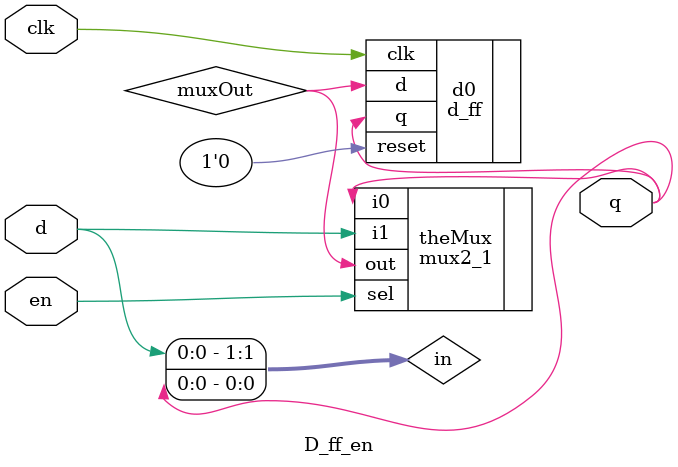
<source format=sv>
module D_ff_en (q, d, en, clk);
	input logic d, en, clk;
	output logic q;
	logic muxOut;
	logic [1:0] in;
	
	assign in[0] = q;
	assign in[1] = d;

	//Create a flip flop from the submodule D_FF
	d_ff d0(.q(q), .d(muxOut), .reset(1'b0), .clk);
	
	//Create a MUX through the submodule mux2_1
	mux2_1 theMux (.i1(in[1]), .i0(in[0]), .sel(en), .out(muxOut));
	
endmodule 
</source>
